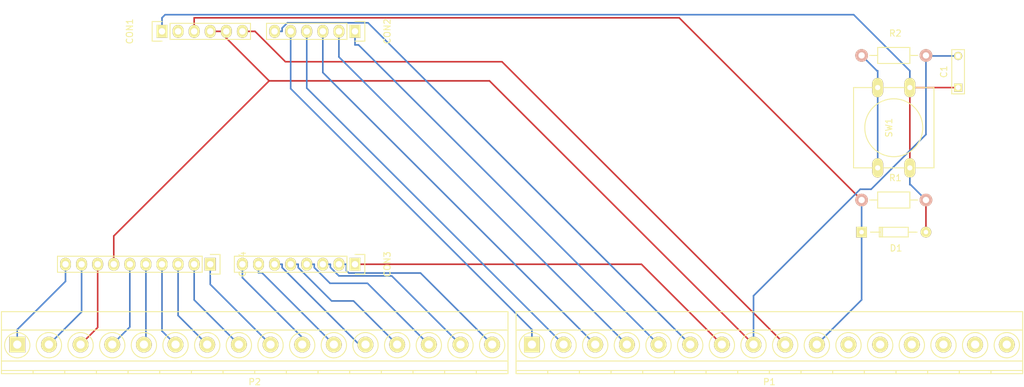
<source format=kicad_pcb>
(kicad_pcb (version 4) (host pcbnew 4.0.2+dfsg1-2~bpo8+1-stable)

  (general
    (links 39)
    (no_connects 0)
    (area 72.004999 48.231666 234.135001 109.745)
    (thickness 1.6)
    (drawings 0)
    (tracks 112)
    (zones 0)
    (modules 11)
    (nets 36)
  )

  (page A4)
  (layers
    (0 F.Cu signal)
    (31 B.Cu signal)
    (32 B.Adhes user)
    (33 F.Adhes user)
    (34 B.Paste user)
    (35 F.Paste user)
    (36 B.SilkS user)
    (37 F.SilkS user)
    (38 B.Mask user)
    (39 F.Mask user)
    (40 Dwgs.User user)
    (41 Cmts.User user)
    (42 Eco1.User user)
    (43 Eco2.User user)
    (44 Edge.Cuts user)
    (45 Margin user)
    (46 B.CrtYd user)
    (47 F.CrtYd user)
    (48 B.Fab user)
    (49 F.Fab user)
  )

  (setup
    (last_trace_width 0.25)
    (trace_clearance 0.2)
    (zone_clearance 0.508)
    (zone_45_only no)
    (trace_min 0.2)
    (segment_width 0.2)
    (edge_width 0.15)
    (via_size 0.6)
    (via_drill 0.4)
    (via_min_size 0.4)
    (via_min_drill 0.3)
    (uvia_size 0.3)
    (uvia_drill 0.1)
    (uvias_allowed no)
    (uvia_min_size 0.2)
    (uvia_min_drill 0.1)
    (pcb_text_width 0.3)
    (pcb_text_size 1.5 1.5)
    (mod_edge_width 0.15)
    (mod_text_size 1 1)
    (mod_text_width 0.15)
    (pad_size 1.524 1.524)
    (pad_drill 0.762)
    (pad_to_mask_clearance 0.2)
    (aux_axis_origin 0 0)
    (visible_elements FFFFFF7F)
    (pcbplotparams
      (layerselection 0x00030_80000001)
      (usegerberextensions false)
      (excludeedgelayer true)
      (linewidth 0.100000)
      (plotframeref false)
      (viasonmask false)
      (mode 1)
      (useauxorigin false)
      (hpglpennumber 1)
      (hpglpenspeed 20)
      (hpglpendiameter 15)
      (hpglpenoverlay 2)
      (psnegative false)
      (psa4output false)
      (plotreference true)
      (plotvalue true)
      (plotinvisibletext false)
      (padsonsilk false)
      (subtractmaskfromsilk false)
      (outputformat 1)
      (mirror false)
      (drillshape 1)
      (scaleselection 1)
      (outputdirectory ""))
  )

  (net 0 "")
  (net 1 "Net-(C1-Pad1)")
  (net 2 GND)
  (net 3 "Net-(CON1-Pad2)")
  (net 4 +5V)
  (net 5 +12V)
  (net 6 "Net-(CON2-Pad1)")
  (net 7 "Net-(CON2-Pad2)")
  (net 8 "Net-(CON2-Pad3)")
  (net 9 "Net-(CON2-Pad4)")
  (net 10 "Net-(CON2-Pad5)")
  (net 11 "Net-(CON2-Pad6)")
  (net 12 "Net-(CON3-Pad1)")
  (net 13 "Net-(CON3-Pad2)")
  (net 14 "Net-(CON3-Pad3)")
  (net 15 "Net-(CON3-Pad4)")
  (net 16 "Net-(CON3-Pad5)")
  (net 17 "Net-(CON3-Pad6)")
  (net 18 "Net-(CON3-Pad7)")
  (net 19 "Net-(CON3-Pad8)")
  (net 20 "Net-(CON4-Pad1)")
  (net 21 "Net-(CON4-Pad2)")
  (net 22 "Net-(CON4-Pad3)")
  (net 23 "Net-(CON4-Pad4)")
  (net 24 "Net-(CON4-Pad5)")
  (net 25 "Net-(CON4-Pad6)")
  (net 26 "Net-(CON4-Pad8)")
  (net 27 "Net-(CON4-Pad9)")
  (net 28 "Net-(CON4-Pad10)")
  (net 29 "Net-(R2-Pad1)")
  (net 30 "Net-(P1-Pad16)")
  (net 31 "Net-(P1-Pad15)")
  (net 32 "Net-(P1-Pad14)")
  (net 33 "Net-(P1-Pad13)")
  (net 34 "Net-(P1-Pad12)")
  (net 35 "Net-(P1-Pad11)")

  (net_class Default "This is the default net class."
    (clearance 0.2)
    (trace_width 0.25)
    (via_dia 0.6)
    (via_drill 0.4)
    (uvia_dia 0.3)
    (uvia_drill 0.1)
    (add_net +12V)
    (add_net +5V)
    (add_net GND)
    (add_net "Net-(C1-Pad1)")
    (add_net "Net-(CON1-Pad2)")
    (add_net "Net-(CON2-Pad1)")
    (add_net "Net-(CON2-Pad2)")
    (add_net "Net-(CON2-Pad3)")
    (add_net "Net-(CON2-Pad4)")
    (add_net "Net-(CON2-Pad5)")
    (add_net "Net-(CON2-Pad6)")
    (add_net "Net-(CON3-Pad1)")
    (add_net "Net-(CON3-Pad2)")
    (add_net "Net-(CON3-Pad3)")
    (add_net "Net-(CON3-Pad4)")
    (add_net "Net-(CON3-Pad5)")
    (add_net "Net-(CON3-Pad6)")
    (add_net "Net-(CON3-Pad7)")
    (add_net "Net-(CON3-Pad8)")
    (add_net "Net-(CON4-Pad1)")
    (add_net "Net-(CON4-Pad10)")
    (add_net "Net-(CON4-Pad2)")
    (add_net "Net-(CON4-Pad3)")
    (add_net "Net-(CON4-Pad4)")
    (add_net "Net-(CON4-Pad5)")
    (add_net "Net-(CON4-Pad6)")
    (add_net "Net-(CON4-Pad8)")
    (add_net "Net-(CON4-Pad9)")
    (add_net "Net-(P1-Pad11)")
    (add_net "Net-(P1-Pad12)")
    (add_net "Net-(P1-Pad13)")
    (add_net "Net-(P1-Pad14)")
    (add_net "Net-(P1-Pad15)")
    (add_net "Net-(P1-Pad16)")
    (add_net "Net-(R2-Pad1)")
  )

  (module Capacitors_ThroughHole:C_Rect_L7_W2_P5 (layer F.Cu) (tedit 0) (tstamp 57F98D86)
    (at 223.52 62.23 90)
    (descr "Film Capacitor Length 7 x Width 2mm, Pitch 5mm")
    (tags Capacitor)
    (path /57F98032)
    (fp_text reference C1 (at 2.5 -2.25 90) (layer F.SilkS)
      (effects (font (size 1 1) (thickness 0.15)))
    )
    (fp_text value C (at 2.5 2.5 90) (layer F.Fab)
      (effects (font (size 1 1) (thickness 0.15)))
    )
    (fp_line (start -1.25 -1.25) (end 6.25 -1.25) (layer F.CrtYd) (width 0.05))
    (fp_line (start 6.25 -1.25) (end 6.25 1.25) (layer F.CrtYd) (width 0.05))
    (fp_line (start 6.25 1.25) (end -1.25 1.25) (layer F.CrtYd) (width 0.05))
    (fp_line (start -1.25 1.25) (end -1.25 -1.25) (layer F.CrtYd) (width 0.05))
    (fp_line (start -1 -1) (end 6 -1) (layer F.SilkS) (width 0.15))
    (fp_line (start 6 -1) (end 6 1) (layer F.SilkS) (width 0.15))
    (fp_line (start 6 1) (end -1 1) (layer F.SilkS) (width 0.15))
    (fp_line (start -1 1) (end -1 -1) (layer F.SilkS) (width 0.15))
    (pad 1 thru_hole rect (at 0 0 90) (size 1.3 1.3) (drill 0.8) (layers *.Cu *.Mask F.SilkS)
      (net 1 "Net-(C1-Pad1)"))
    (pad 2 thru_hole circle (at 5 0 90) (size 1.3 1.3) (drill 0.8) (layers *.Cu *.Mask F.SilkS)
      (net 2 GND))
    (model Capacitors_ThroughHole.3dshapes/C_Rect_L7_W2_P5.wrl
      (at (xyz 0.098425 0 0))
      (scale (xyz 1 1 1))
      (rotate (xyz 0 0 0))
    )
  )

  (module Pin_Headers:Pin_Header_Straight_1x06 (layer F.Cu) (tedit 0) (tstamp 57F98D90)
    (at 97.79 53.34 90)
    (descr "Through hole pin header")
    (tags "pin header")
    (path /57F9721E)
    (fp_text reference CON1 (at 0 -5.1 90) (layer F.SilkS)
      (effects (font (size 1 1) (thickness 0.15)))
    )
    (fp_text value CONN_01X06 (at 0 -3.1 90) (layer F.Fab)
      (effects (font (size 1 1) (thickness 0.15)))
    )
    (fp_line (start -1.75 -1.75) (end -1.75 14.45) (layer F.CrtYd) (width 0.05))
    (fp_line (start 1.75 -1.75) (end 1.75 14.45) (layer F.CrtYd) (width 0.05))
    (fp_line (start -1.75 -1.75) (end 1.75 -1.75) (layer F.CrtYd) (width 0.05))
    (fp_line (start -1.75 14.45) (end 1.75 14.45) (layer F.CrtYd) (width 0.05))
    (fp_line (start 1.27 1.27) (end 1.27 13.97) (layer F.SilkS) (width 0.15))
    (fp_line (start 1.27 13.97) (end -1.27 13.97) (layer F.SilkS) (width 0.15))
    (fp_line (start -1.27 13.97) (end -1.27 1.27) (layer F.SilkS) (width 0.15))
    (fp_line (start 1.55 -1.55) (end 1.55 0) (layer F.SilkS) (width 0.15))
    (fp_line (start 1.27 1.27) (end -1.27 1.27) (layer F.SilkS) (width 0.15))
    (fp_line (start -1.55 0) (end -1.55 -1.55) (layer F.SilkS) (width 0.15))
    (fp_line (start -1.55 -1.55) (end 1.55 -1.55) (layer F.SilkS) (width 0.15))
    (pad 1 thru_hole rect (at 0 0 90) (size 2.032 1.7272) (drill 1.016) (layers *.Cu *.Mask F.SilkS)
      (net 1 "Net-(C1-Pad1)"))
    (pad 2 thru_hole oval (at 0 2.54 90) (size 2.032 1.7272) (drill 1.016) (layers *.Cu *.Mask F.SilkS)
      (net 3 "Net-(CON1-Pad2)"))
    (pad 3 thru_hole oval (at 0 5.08 90) (size 2.032 1.7272) (drill 1.016) (layers *.Cu *.Mask F.SilkS)
      (net 4 +5V))
    (pad 4 thru_hole oval (at 0 7.62 90) (size 2.032 1.7272) (drill 1.016) (layers *.Cu *.Mask F.SilkS)
      (net 2 GND))
    (pad 5 thru_hole oval (at 0 10.16 90) (size 2.032 1.7272) (drill 1.016) (layers *.Cu *.Mask F.SilkS)
      (net 2 GND))
    (pad 6 thru_hole oval (at 0 12.7 90) (size 2.032 1.7272) (drill 1.016) (layers *.Cu *.Mask F.SilkS)
      (net 5 +12V))
    (model Pin_Headers.3dshapes/Pin_Header_Straight_1x06.wrl
      (at (xyz 0 -0.25 0))
      (scale (xyz 1 1 1))
      (rotate (xyz 0 0 90))
    )
  )

  (module Pin_Headers:Pin_Header_Straight_1x06 (layer F.Cu) (tedit 0) (tstamp 57F98D9A)
    (at 128.27 53.34 270)
    (descr "Through hole pin header")
    (tags "pin header")
    (path /57F97299)
    (fp_text reference CON2 (at 0 -5.1 270) (layer F.SilkS)
      (effects (font (size 1 1) (thickness 0.15)))
    )
    (fp_text value CONN_01X06 (at 0 -3.1 270) (layer F.Fab)
      (effects (font (size 1 1) (thickness 0.15)))
    )
    (fp_line (start -1.75 -1.75) (end -1.75 14.45) (layer F.CrtYd) (width 0.05))
    (fp_line (start 1.75 -1.75) (end 1.75 14.45) (layer F.CrtYd) (width 0.05))
    (fp_line (start -1.75 -1.75) (end 1.75 -1.75) (layer F.CrtYd) (width 0.05))
    (fp_line (start -1.75 14.45) (end 1.75 14.45) (layer F.CrtYd) (width 0.05))
    (fp_line (start 1.27 1.27) (end 1.27 13.97) (layer F.SilkS) (width 0.15))
    (fp_line (start 1.27 13.97) (end -1.27 13.97) (layer F.SilkS) (width 0.15))
    (fp_line (start -1.27 13.97) (end -1.27 1.27) (layer F.SilkS) (width 0.15))
    (fp_line (start 1.55 -1.55) (end 1.55 0) (layer F.SilkS) (width 0.15))
    (fp_line (start 1.27 1.27) (end -1.27 1.27) (layer F.SilkS) (width 0.15))
    (fp_line (start -1.55 0) (end -1.55 -1.55) (layer F.SilkS) (width 0.15))
    (fp_line (start -1.55 -1.55) (end 1.55 -1.55) (layer F.SilkS) (width 0.15))
    (pad 1 thru_hole rect (at 0 0 270) (size 2.032 1.7272) (drill 1.016) (layers *.Cu *.Mask F.SilkS)
      (net 6 "Net-(CON2-Pad1)"))
    (pad 2 thru_hole oval (at 0 2.54 270) (size 2.032 1.7272) (drill 1.016) (layers *.Cu *.Mask F.SilkS)
      (net 7 "Net-(CON2-Pad2)"))
    (pad 3 thru_hole oval (at 0 5.08 270) (size 2.032 1.7272) (drill 1.016) (layers *.Cu *.Mask F.SilkS)
      (net 8 "Net-(CON2-Pad3)"))
    (pad 4 thru_hole oval (at 0 7.62 270) (size 2.032 1.7272) (drill 1.016) (layers *.Cu *.Mask F.SilkS)
      (net 9 "Net-(CON2-Pad4)"))
    (pad 5 thru_hole oval (at 0 10.16 270) (size 2.032 1.7272) (drill 1.016) (layers *.Cu *.Mask F.SilkS)
      (net 10 "Net-(CON2-Pad5)"))
    (pad 6 thru_hole oval (at 0 12.7 270) (size 2.032 1.7272) (drill 1.016) (layers *.Cu *.Mask F.SilkS)
      (net 11 "Net-(CON2-Pad6)"))
    (model Pin_Headers.3dshapes/Pin_Header_Straight_1x06.wrl
      (at (xyz 0 -0.25 0))
      (scale (xyz 1 1 1))
      (rotate (xyz 0 0 90))
    )
  )

  (module Pin_Headers:Pin_Header_Straight_1x08 (layer F.Cu) (tedit 0) (tstamp 57F98DA6)
    (at 128.27 90.17 270)
    (descr "Through hole pin header")
    (tags "pin header")
    (path /57F972E8)
    (fp_text reference CON3 (at 0 -5.1 270) (layer F.SilkS)
      (effects (font (size 1 1) (thickness 0.15)))
    )
    (fp_text value CONN_01X08 (at 0 -3.1 270) (layer F.Fab)
      (effects (font (size 1 1) (thickness 0.15)))
    )
    (fp_line (start -1.75 -1.75) (end -1.75 19.55) (layer F.CrtYd) (width 0.05))
    (fp_line (start 1.75 -1.75) (end 1.75 19.55) (layer F.CrtYd) (width 0.05))
    (fp_line (start -1.75 -1.75) (end 1.75 -1.75) (layer F.CrtYd) (width 0.05))
    (fp_line (start -1.75 19.55) (end 1.75 19.55) (layer F.CrtYd) (width 0.05))
    (fp_line (start 1.27 1.27) (end 1.27 19.05) (layer F.SilkS) (width 0.15))
    (fp_line (start 1.27 19.05) (end -1.27 19.05) (layer F.SilkS) (width 0.15))
    (fp_line (start -1.27 19.05) (end -1.27 1.27) (layer F.SilkS) (width 0.15))
    (fp_line (start 1.55 -1.55) (end 1.55 0) (layer F.SilkS) (width 0.15))
    (fp_line (start 1.27 1.27) (end -1.27 1.27) (layer F.SilkS) (width 0.15))
    (fp_line (start -1.55 0) (end -1.55 -1.55) (layer F.SilkS) (width 0.15))
    (fp_line (start -1.55 -1.55) (end 1.55 -1.55) (layer F.SilkS) (width 0.15))
    (pad 1 thru_hole rect (at 0 0 270) (size 2.032 1.7272) (drill 1.016) (layers *.Cu *.Mask F.SilkS)
      (net 12 "Net-(CON3-Pad1)"))
    (pad 2 thru_hole oval (at 0 2.54 270) (size 2.032 1.7272) (drill 1.016) (layers *.Cu *.Mask F.SilkS)
      (net 13 "Net-(CON3-Pad2)"))
    (pad 3 thru_hole oval (at 0 5.08 270) (size 2.032 1.7272) (drill 1.016) (layers *.Cu *.Mask F.SilkS)
      (net 14 "Net-(CON3-Pad3)"))
    (pad 4 thru_hole oval (at 0 7.62 270) (size 2.032 1.7272) (drill 1.016) (layers *.Cu *.Mask F.SilkS)
      (net 15 "Net-(CON3-Pad4)"))
    (pad 5 thru_hole oval (at 0 10.16 270) (size 2.032 1.7272) (drill 1.016) (layers *.Cu *.Mask F.SilkS)
      (net 16 "Net-(CON3-Pad5)"))
    (pad 6 thru_hole oval (at 0 12.7 270) (size 2.032 1.7272) (drill 1.016) (layers *.Cu *.Mask F.SilkS)
      (net 17 "Net-(CON3-Pad6)"))
    (pad 7 thru_hole oval (at 0 15.24 270) (size 2.032 1.7272) (drill 1.016) (layers *.Cu *.Mask F.SilkS)
      (net 18 "Net-(CON3-Pad7)"))
    (pad 8 thru_hole oval (at 0 17.78 270) (size 2.032 1.7272) (drill 1.016) (layers *.Cu *.Mask F.SilkS)
      (net 19 "Net-(CON3-Pad8)"))
    (model Pin_Headers.3dshapes/Pin_Header_Straight_1x08.wrl
      (at (xyz 0 -0.35 0))
      (scale (xyz 1 1 1))
      (rotate (xyz 0 0 90))
    )
  )

  (module Pin_Headers:Pin_Header_Straight_1x10 (layer F.Cu) (tedit 0) (tstamp 57F98DB4)
    (at 105.41 90.17 270)
    (descr "Through hole pin header")
    (tags "pin header")
    (path /57F9733F)
    (fp_text reference CON4 (at 0 -5.1 270) (layer F.SilkS)
      (effects (font (size 1 1) (thickness 0.15)))
    )
    (fp_text value CONN_01X10 (at 0 -3.1 270) (layer F.Fab)
      (effects (font (size 1 1) (thickness 0.15)))
    )
    (fp_line (start -1.75 -1.75) (end -1.75 24.65) (layer F.CrtYd) (width 0.05))
    (fp_line (start 1.75 -1.75) (end 1.75 24.65) (layer F.CrtYd) (width 0.05))
    (fp_line (start -1.75 -1.75) (end 1.75 -1.75) (layer F.CrtYd) (width 0.05))
    (fp_line (start -1.75 24.65) (end 1.75 24.65) (layer F.CrtYd) (width 0.05))
    (fp_line (start 1.27 1.27) (end 1.27 24.13) (layer F.SilkS) (width 0.15))
    (fp_line (start 1.27 24.13) (end -1.27 24.13) (layer F.SilkS) (width 0.15))
    (fp_line (start -1.27 24.13) (end -1.27 1.27) (layer F.SilkS) (width 0.15))
    (fp_line (start 1.55 -1.55) (end 1.55 0) (layer F.SilkS) (width 0.15))
    (fp_line (start 1.27 1.27) (end -1.27 1.27) (layer F.SilkS) (width 0.15))
    (fp_line (start -1.55 0) (end -1.55 -1.55) (layer F.SilkS) (width 0.15))
    (fp_line (start -1.55 -1.55) (end 1.55 -1.55) (layer F.SilkS) (width 0.15))
    (pad 1 thru_hole rect (at 0 0 270) (size 2.032 1.7272) (drill 1.016) (layers *.Cu *.Mask F.SilkS)
      (net 20 "Net-(CON4-Pad1)"))
    (pad 2 thru_hole oval (at 0 2.54 270) (size 2.032 1.7272) (drill 1.016) (layers *.Cu *.Mask F.SilkS)
      (net 21 "Net-(CON4-Pad2)"))
    (pad 3 thru_hole oval (at 0 5.08 270) (size 2.032 1.7272) (drill 1.016) (layers *.Cu *.Mask F.SilkS)
      (net 22 "Net-(CON4-Pad3)"))
    (pad 4 thru_hole oval (at 0 7.62 270) (size 2.032 1.7272) (drill 1.016) (layers *.Cu *.Mask F.SilkS)
      (net 23 "Net-(CON4-Pad4)"))
    (pad 5 thru_hole oval (at 0 10.16 270) (size 2.032 1.7272) (drill 1.016) (layers *.Cu *.Mask F.SilkS)
      (net 24 "Net-(CON4-Pad5)"))
    (pad 6 thru_hole oval (at 0 12.7 270) (size 2.032 1.7272) (drill 1.016) (layers *.Cu *.Mask F.SilkS)
      (net 25 "Net-(CON4-Pad6)"))
    (pad 7 thru_hole oval (at 0 15.24 270) (size 2.032 1.7272) (drill 1.016) (layers *.Cu *.Mask F.SilkS)
      (net 2 GND))
    (pad 8 thru_hole oval (at 0 17.78 270) (size 2.032 1.7272) (drill 1.016) (layers *.Cu *.Mask F.SilkS)
      (net 26 "Net-(CON4-Pad8)"))
    (pad 9 thru_hole oval (at 0 20.32 270) (size 2.032 1.7272) (drill 1.016) (layers *.Cu *.Mask F.SilkS)
      (net 27 "Net-(CON4-Pad9)"))
    (pad 10 thru_hole oval (at 0 22.86 270) (size 2.032 1.7272) (drill 1.016) (layers *.Cu *.Mask F.SilkS)
      (net 28 "Net-(CON4-Pad10)"))
    (model Pin_Headers.3dshapes/Pin_Header_Straight_1x10.wrl
      (at (xyz 0 -0.45 0))
      (scale (xyz 1 1 1))
      (rotate (xyz 0 0 90))
    )
  )

  (module Diodes_ThroughHole:Diode_DO-35_SOD27_Horizontal_RM10 (layer F.Cu) (tedit 552FFC30) (tstamp 57F98DBA)
    (at 208.28 85.09)
    (descr "Diode, DO-35,  SOD27, Horizontal, RM 10mm")
    (tags "Diode, DO-35, SOD27, Horizontal, RM 10mm, 1N4148,")
    (path /57F98055)
    (fp_text reference D1 (at 5.43052 2.53746) (layer F.SilkS)
      (effects (font (size 1 1) (thickness 0.15)))
    )
    (fp_text value D_Schottky (at 4.41452 -3.55854) (layer F.Fab)
      (effects (font (size 1 1) (thickness 0.15)))
    )
    (fp_line (start 7.36652 -0.00254) (end 8.76352 -0.00254) (layer F.SilkS) (width 0.15))
    (fp_line (start 2.92152 -0.00254) (end 1.39752 -0.00254) (layer F.SilkS) (width 0.15))
    (fp_line (start 3.30252 -0.76454) (end 3.30252 0.75946) (layer F.SilkS) (width 0.15))
    (fp_line (start 3.04852 -0.76454) (end 3.04852 0.75946) (layer F.SilkS) (width 0.15))
    (fp_line (start 2.79452 -0.00254) (end 2.79452 0.75946) (layer F.SilkS) (width 0.15))
    (fp_line (start 2.79452 0.75946) (end 7.36652 0.75946) (layer F.SilkS) (width 0.15))
    (fp_line (start 7.36652 0.75946) (end 7.36652 -0.76454) (layer F.SilkS) (width 0.15))
    (fp_line (start 7.36652 -0.76454) (end 2.79452 -0.76454) (layer F.SilkS) (width 0.15))
    (fp_line (start 2.79452 -0.76454) (end 2.79452 -0.00254) (layer F.SilkS) (width 0.15))
    (pad 2 thru_hole circle (at 10.16052 -0.00254 180) (size 1.69926 1.69926) (drill 0.70104) (layers *.Cu *.Mask F.SilkS)
      (net 1 "Net-(C1-Pad1)"))
    (pad 1 thru_hole rect (at 0.00052 -0.00254 180) (size 1.69926 1.69926) (drill 0.70104) (layers *.Cu *.Mask F.SilkS)
      (net 4 +5V))
    (model Diodes_ThroughHole.3dshapes/Diode_DO-35_SOD27_Horizontal_RM10.wrl
      (at (xyz 0.2 0 0))
      (scale (xyz 0.4 0.4 0.4))
      (rotate (xyz 0 0 180))
    )
  )

  (module Terminal_Blocks:TerminalBlock_Pheonix_MKDS1.5-16pol (layer F.Cu) (tedit 5630077B) (tstamp 57F98DCE)
    (at 156.21 102.87)
    (descr "16-way 5mm pitch terminal block, Phoenix MKDS series")
    (path /57F9A6B1)
    (fp_text reference P1 (at 37.5 5.9) (layer F.SilkS)
      (effects (font (size 1 1) (thickness 0.15)))
    )
    (fp_text value CONN_01X16 (at 37.5 -6.6) (layer F.Fab)
      (effects (font (size 1 1) (thickness 0.15)))
    )
    (fp_line (start 77.7 -5.4) (end -2.7 -5.4) (layer F.CrtYd) (width 0.05))
    (fp_line (start 77.7 4.8) (end 77.7 -5.4) (layer F.CrtYd) (width 0.05))
    (fp_line (start -2.7 4.8) (end 77.7 4.8) (layer F.CrtYd) (width 0.05))
    (fp_line (start -2.7 -5.4) (end -2.7 4.8) (layer F.CrtYd) (width 0.05))
    (fp_circle (center 75 0.1) (end 73 0.1) (layer F.SilkS) (width 0.15))
    (fp_line (start 72.5 4.1) (end 72.5 4.6) (layer F.SilkS) (width 0.15))
    (fp_line (start 67.5 4.1) (end 67.5 4.6) (layer F.SilkS) (width 0.15))
    (fp_circle (center 70 0.1) (end 68 0.1) (layer F.SilkS) (width 0.15))
    (fp_circle (center 65 0.1) (end 63 0.1) (layer F.SilkS) (width 0.15))
    (fp_line (start 62.5 4.1) (end 62.5 4.6) (layer F.SilkS) (width 0.15))
    (fp_line (start 57.5 4.1) (end 57.5 4.6) (layer F.SilkS) (width 0.15))
    (fp_circle (center 60 0.1) (end 58 0.1) (layer F.SilkS) (width 0.15))
    (fp_circle (center 55 0.1) (end 53 0.1) (layer F.SilkS) (width 0.15))
    (fp_line (start 52.5 4.1) (end 52.5 4.6) (layer F.SilkS) (width 0.15))
    (fp_line (start 47.5 4.1) (end 47.5 4.6) (layer F.SilkS) (width 0.15))
    (fp_circle (center 50 0.1) (end 48 0.1) (layer F.SilkS) (width 0.15))
    (fp_circle (center 45 0.1) (end 43 0.1) (layer F.SilkS) (width 0.15))
    (fp_line (start 42.5 4.1) (end 42.5 4.6) (layer F.SilkS) (width 0.15))
    (fp_line (start 37.5 4.1) (end 37.5 4.6) (layer F.SilkS) (width 0.15))
    (fp_circle (center 40 0.1) (end 38 0.1) (layer F.SilkS) (width 0.15))
    (fp_circle (center 35 0.1) (end 33 0.1) (layer F.SilkS) (width 0.15))
    (fp_line (start 32.5 4.1) (end 32.5 4.6) (layer F.SilkS) (width 0.15))
    (fp_line (start 27.5 4.1) (end 27.5 4.6) (layer F.SilkS) (width 0.15))
    (fp_circle (center 30 0.1) (end 28 0.1) (layer F.SilkS) (width 0.15))
    (fp_circle (center 25 0.1) (end 23 0.1) (layer F.SilkS) (width 0.15))
    (fp_line (start 22.5 4.1) (end 22.5 4.6) (layer F.SilkS) (width 0.15))
    (fp_line (start 17.5 4.1) (end 17.5 4.6) (layer F.SilkS) (width 0.15))
    (fp_circle (center 20 0.1) (end 18 0.1) (layer F.SilkS) (width 0.15))
    (fp_line (start 12.5 4.1) (end 12.5 4.6) (layer F.SilkS) (width 0.15))
    (fp_circle (center 15 0.1) (end 13 0.1) (layer F.SilkS) (width 0.15))
    (fp_circle (center 10 0.1) (end 8 0.1) (layer F.SilkS) (width 0.15))
    (fp_line (start 7.5 4.1) (end 7.5 4.6) (layer F.SilkS) (width 0.15))
    (fp_line (start 2.5 4.1) (end 2.5 4.6) (layer F.SilkS) (width 0.15))
    (fp_circle (center 5 0.1) (end 3 0.1) (layer F.SilkS) (width 0.15))
    (fp_circle (center 0 0.1) (end 2 0.1) (layer F.SilkS) (width 0.15))
    (fp_line (start -2.5 2.6) (end 77.5 2.6) (layer F.SilkS) (width 0.15))
    (fp_line (start -2.5 -2.3) (end 77.5 -2.3) (layer F.SilkS) (width 0.15))
    (fp_line (start -2.5 4.1) (end 77.5 4.1) (layer F.SilkS) (width 0.15))
    (fp_line (start -2.5 4.6) (end 77.5 4.6) (layer F.SilkS) (width 0.15))
    (fp_line (start 77.5 4.6) (end 77.5 -5.2) (layer F.SilkS) (width 0.15))
    (fp_line (start 77.5 -5.2) (end -2.5 -5.2) (layer F.SilkS) (width 0.15))
    (fp_line (start -2.5 -5.2) (end -2.5 4.6) (layer F.SilkS) (width 0.15))
    (pad 16 thru_hole circle (at 75 0) (size 2.5 2.5) (drill 1.3) (layers *.Cu *.Mask F.SilkS)
      (net 30 "Net-(P1-Pad16)"))
    (pad 15 thru_hole circle (at 70 0) (size 2.5 2.5) (drill 1.3) (layers *.Cu *.Mask F.SilkS)
      (net 31 "Net-(P1-Pad15)"))
    (pad 14 thru_hole circle (at 65 0) (size 2.5 2.5) (drill 1.3) (layers *.Cu *.Mask F.SilkS)
      (net 32 "Net-(P1-Pad14)"))
    (pad 13 thru_hole circle (at 60 0) (size 2.5 2.5) (drill 1.3) (layers *.Cu *.Mask F.SilkS)
      (net 33 "Net-(P1-Pad13)"))
    (pad 12 thru_hole circle (at 55 0) (size 2.5 2.5) (drill 1.3) (layers *.Cu *.Mask F.SilkS)
      (net 34 "Net-(P1-Pad12)"))
    (pad 11 thru_hole circle (at 50 0) (size 2.5 2.5) (drill 1.3) (layers *.Cu *.Mask F.SilkS)
      (net 35 "Net-(P1-Pad11)"))
    (pad 10 thru_hole circle (at 45 0) (size 2.5 2.5) (drill 1.3) (layers *.Cu *.Mask F.SilkS)
      (net 4 +5V))
    (pad 9 thru_hole circle (at 40 0) (size 2.5 2.5) (drill 1.3) (layers *.Cu *.Mask F.SilkS)
      (net 5 +12V))
    (pad 8 thru_hole circle (at 35 0) (size 2.5 2.5) (drill 1.3) (layers *.Cu *.Mask F.SilkS)
      (net 2 GND))
    (pad 7 thru_hole circle (at 30 0) (size 2.5 2.5) (drill 1.3) (layers *.Cu *.Mask F.SilkS)
      (net 12 "Net-(CON3-Pad1)"))
    (pad 6 thru_hole circle (at 25 0) (size 2.5 2.5) (drill 1.3) (layers *.Cu *.Mask F.SilkS)
      (net 11 "Net-(CON2-Pad6)"))
    (pad 5 thru_hole circle (at 20 0) (size 2.5 2.5) (drill 1.3) (layers *.Cu *.Mask F.SilkS)
      (net 6 "Net-(CON2-Pad1)"))
    (pad 4 thru_hole circle (at 15 0) (size 2.5 2.5) (drill 1.3) (layers *.Cu *.Mask F.SilkS)
      (net 7 "Net-(CON2-Pad2)"))
    (pad 3 thru_hole circle (at 10 0) (size 2.5 2.5) (drill 1.3) (layers *.Cu *.Mask F.SilkS)
      (net 8 "Net-(CON2-Pad3)"))
    (pad 1 thru_hole rect (at 0 0) (size 2.5 2.5) (drill 1.3) (layers *.Cu *.Mask F.SilkS)
      (net 10 "Net-(CON2-Pad5)"))
    (pad 2 thru_hole circle (at 5 0) (size 2.5 2.5) (drill 1.3) (layers *.Cu *.Mask F.SilkS)
      (net 9 "Net-(CON2-Pad4)"))
    (model Terminal_Blocks.3dshapes/TerminalBlock_Pheonix_MKDS1.5-16pol.wrl
      (at (xyz 1.4763 0 0))
      (scale (xyz 1 1 1))
      (rotate (xyz 0 0 0))
    )
  )

  (module Terminal_Blocks:TerminalBlock_Pheonix_MKDS1.5-16pol (layer F.Cu) (tedit 5630077B) (tstamp 57F98DE2)
    (at 74.93 102.87)
    (descr "16-way 5mm pitch terminal block, Phoenix MKDS series")
    (path /57F9A72A)
    (fp_text reference P2 (at 37.5 5.9) (layer F.SilkS)
      (effects (font (size 1 1) (thickness 0.15)))
    )
    (fp_text value CONN_01X16 (at 37.5 -6.6) (layer F.Fab)
      (effects (font (size 1 1) (thickness 0.15)))
    )
    (fp_line (start 77.7 -5.4) (end -2.7 -5.4) (layer F.CrtYd) (width 0.05))
    (fp_line (start 77.7 4.8) (end 77.7 -5.4) (layer F.CrtYd) (width 0.05))
    (fp_line (start -2.7 4.8) (end 77.7 4.8) (layer F.CrtYd) (width 0.05))
    (fp_line (start -2.7 -5.4) (end -2.7 4.8) (layer F.CrtYd) (width 0.05))
    (fp_circle (center 75 0.1) (end 73 0.1) (layer F.SilkS) (width 0.15))
    (fp_line (start 72.5 4.1) (end 72.5 4.6) (layer F.SilkS) (width 0.15))
    (fp_line (start 67.5 4.1) (end 67.5 4.6) (layer F.SilkS) (width 0.15))
    (fp_circle (center 70 0.1) (end 68 0.1) (layer F.SilkS) (width 0.15))
    (fp_circle (center 65 0.1) (end 63 0.1) (layer F.SilkS) (width 0.15))
    (fp_line (start 62.5 4.1) (end 62.5 4.6) (layer F.SilkS) (width 0.15))
    (fp_line (start 57.5 4.1) (end 57.5 4.6) (layer F.SilkS) (width 0.15))
    (fp_circle (center 60 0.1) (end 58 0.1) (layer F.SilkS) (width 0.15))
    (fp_circle (center 55 0.1) (end 53 0.1) (layer F.SilkS) (width 0.15))
    (fp_line (start 52.5 4.1) (end 52.5 4.6) (layer F.SilkS) (width 0.15))
    (fp_line (start 47.5 4.1) (end 47.5 4.6) (layer F.SilkS) (width 0.15))
    (fp_circle (center 50 0.1) (end 48 0.1) (layer F.SilkS) (width 0.15))
    (fp_circle (center 45 0.1) (end 43 0.1) (layer F.SilkS) (width 0.15))
    (fp_line (start 42.5 4.1) (end 42.5 4.6) (layer F.SilkS) (width 0.15))
    (fp_line (start 37.5 4.1) (end 37.5 4.6) (layer F.SilkS) (width 0.15))
    (fp_circle (center 40 0.1) (end 38 0.1) (layer F.SilkS) (width 0.15))
    (fp_circle (center 35 0.1) (end 33 0.1) (layer F.SilkS) (width 0.15))
    (fp_line (start 32.5 4.1) (end 32.5 4.6) (layer F.SilkS) (width 0.15))
    (fp_line (start 27.5 4.1) (end 27.5 4.6) (layer F.SilkS) (width 0.15))
    (fp_circle (center 30 0.1) (end 28 0.1) (layer F.SilkS) (width 0.15))
    (fp_circle (center 25 0.1) (end 23 0.1) (layer F.SilkS) (width 0.15))
    (fp_line (start 22.5 4.1) (end 22.5 4.6) (layer F.SilkS) (width 0.15))
    (fp_line (start 17.5 4.1) (end 17.5 4.6) (layer F.SilkS) (width 0.15))
    (fp_circle (center 20 0.1) (end 18 0.1) (layer F.SilkS) (width 0.15))
    (fp_line (start 12.5 4.1) (end 12.5 4.6) (layer F.SilkS) (width 0.15))
    (fp_circle (center 15 0.1) (end 13 0.1) (layer F.SilkS) (width 0.15))
    (fp_circle (center 10 0.1) (end 8 0.1) (layer F.SilkS) (width 0.15))
    (fp_line (start 7.5 4.1) (end 7.5 4.6) (layer F.SilkS) (width 0.15))
    (fp_line (start 2.5 4.1) (end 2.5 4.6) (layer F.SilkS) (width 0.15))
    (fp_circle (center 5 0.1) (end 3 0.1) (layer F.SilkS) (width 0.15))
    (fp_circle (center 0 0.1) (end 2 0.1) (layer F.SilkS) (width 0.15))
    (fp_line (start -2.5 2.6) (end 77.5 2.6) (layer F.SilkS) (width 0.15))
    (fp_line (start -2.5 -2.3) (end 77.5 -2.3) (layer F.SilkS) (width 0.15))
    (fp_line (start -2.5 4.1) (end 77.5 4.1) (layer F.SilkS) (width 0.15))
    (fp_line (start -2.5 4.6) (end 77.5 4.6) (layer F.SilkS) (width 0.15))
    (fp_line (start 77.5 4.6) (end 77.5 -5.2) (layer F.SilkS) (width 0.15))
    (fp_line (start 77.5 -5.2) (end -2.5 -5.2) (layer F.SilkS) (width 0.15))
    (fp_line (start -2.5 -5.2) (end -2.5 4.6) (layer F.SilkS) (width 0.15))
    (pad 16 thru_hole circle (at 75 0) (size 2.5 2.5) (drill 1.3) (layers *.Cu *.Mask F.SilkS)
      (net 13 "Net-(CON3-Pad2)"))
    (pad 15 thru_hole circle (at 70 0) (size 2.5 2.5) (drill 1.3) (layers *.Cu *.Mask F.SilkS)
      (net 14 "Net-(CON3-Pad3)"))
    (pad 14 thru_hole circle (at 65 0) (size 2.5 2.5) (drill 1.3) (layers *.Cu *.Mask F.SilkS)
      (net 15 "Net-(CON3-Pad4)"))
    (pad 13 thru_hole circle (at 60 0) (size 2.5 2.5) (drill 1.3) (layers *.Cu *.Mask F.SilkS)
      (net 16 "Net-(CON3-Pad5)"))
    (pad 12 thru_hole circle (at 55 0) (size 2.5 2.5) (drill 1.3) (layers *.Cu *.Mask F.SilkS)
      (net 17 "Net-(CON3-Pad6)"))
    (pad 11 thru_hole circle (at 50 0) (size 2.5 2.5) (drill 1.3) (layers *.Cu *.Mask F.SilkS)
      (net 18 "Net-(CON3-Pad7)"))
    (pad 10 thru_hole circle (at 45 0) (size 2.5 2.5) (drill 1.3) (layers *.Cu *.Mask F.SilkS)
      (net 19 "Net-(CON3-Pad8)"))
    (pad 9 thru_hole circle (at 40 0) (size 2.5 2.5) (drill 1.3) (layers *.Cu *.Mask F.SilkS)
      (net 20 "Net-(CON4-Pad1)"))
    (pad 8 thru_hole circle (at 35 0) (size 2.5 2.5) (drill 1.3) (layers *.Cu *.Mask F.SilkS)
      (net 21 "Net-(CON4-Pad2)"))
    (pad 7 thru_hole circle (at 30 0) (size 2.5 2.5) (drill 1.3) (layers *.Cu *.Mask F.SilkS)
      (net 22 "Net-(CON4-Pad3)"))
    (pad 6 thru_hole circle (at 25 0) (size 2.5 2.5) (drill 1.3) (layers *.Cu *.Mask F.SilkS)
      (net 23 "Net-(CON4-Pad4)"))
    (pad 5 thru_hole circle (at 20 0) (size 2.5 2.5) (drill 1.3) (layers *.Cu *.Mask F.SilkS)
      (net 24 "Net-(CON4-Pad5)"))
    (pad 4 thru_hole circle (at 15 0) (size 2.5 2.5) (drill 1.3) (layers *.Cu *.Mask F.SilkS)
      (net 25 "Net-(CON4-Pad6)"))
    (pad 3 thru_hole circle (at 10 0) (size 2.5 2.5) (drill 1.3) (layers *.Cu *.Mask F.SilkS)
      (net 26 "Net-(CON4-Pad8)"))
    (pad 1 thru_hole rect (at 0 0) (size 2.5 2.5) (drill 1.3) (layers *.Cu *.Mask F.SilkS)
      (net 28 "Net-(CON4-Pad10)"))
    (pad 2 thru_hole circle (at 5 0) (size 2.5 2.5) (drill 1.3) (layers *.Cu *.Mask F.SilkS)
      (net 27 "Net-(CON4-Pad9)"))
    (model Terminal_Blocks.3dshapes/TerminalBlock_Pheonix_MKDS1.5-16pol.wrl
      (at (xyz 1.4763 0 0))
      (scale (xyz 1 1 1))
      (rotate (xyz 0 0 0))
    )
  )

  (module Resistors_ThroughHole:Resistor_Horizontal_RM10mm (layer F.Cu) (tedit 56648415) (tstamp 57F98DE8)
    (at 208.28 80.01)
    (descr "Resistor, Axial,  RM 10mm, 1/3W")
    (tags "Resistor Axial RM 10mm 1/3W")
    (path /57F980A8)
    (fp_text reference R1 (at 5.32892 -3.50012) (layer F.SilkS)
      (effects (font (size 1 1) (thickness 0.15)))
    )
    (fp_text value R (at 5.08 3.81) (layer F.Fab)
      (effects (font (size 1 1) (thickness 0.15)))
    )
    (fp_line (start -1.25 -1.5) (end 11.4 -1.5) (layer F.CrtYd) (width 0.05))
    (fp_line (start -1.25 1.5) (end -1.25 -1.5) (layer F.CrtYd) (width 0.05))
    (fp_line (start 11.4 -1.5) (end 11.4 1.5) (layer F.CrtYd) (width 0.05))
    (fp_line (start -1.25 1.5) (end 11.4 1.5) (layer F.CrtYd) (width 0.05))
    (fp_line (start 2.54 -1.27) (end 7.62 -1.27) (layer F.SilkS) (width 0.15))
    (fp_line (start 7.62 -1.27) (end 7.62 1.27) (layer F.SilkS) (width 0.15))
    (fp_line (start 7.62 1.27) (end 2.54 1.27) (layer F.SilkS) (width 0.15))
    (fp_line (start 2.54 1.27) (end 2.54 -1.27) (layer F.SilkS) (width 0.15))
    (fp_line (start 2.54 0) (end 1.27 0) (layer F.SilkS) (width 0.15))
    (fp_line (start 7.62 0) (end 8.89 0) (layer F.SilkS) (width 0.15))
    (pad 1 thru_hole circle (at 0 0) (size 1.99898 1.99898) (drill 1.00076) (layers *.Cu *.SilkS *.Mask)
      (net 4 +5V))
    (pad 2 thru_hole circle (at 10.16 0) (size 1.99898 1.99898) (drill 1.00076) (layers *.Cu *.SilkS *.Mask)
      (net 1 "Net-(C1-Pad1)"))
    (model Resistors_ThroughHole.3dshapes/Resistor_Horizontal_RM10mm.wrl
      (at (xyz 0 0 0))
      (scale (xyz 0.4 0.4 0.4))
      (rotate (xyz 0 0 0))
    )
  )

  (module Resistors_ThroughHole:Resistor_Horizontal_RM10mm (layer F.Cu) (tedit 56648415) (tstamp 57F98DEE)
    (at 208.28 57.15)
    (descr "Resistor, Axial,  RM 10mm, 1/3W")
    (tags "Resistor Axial RM 10mm 1/3W")
    (path /57F98081)
    (fp_text reference R2 (at 5.32892 -3.50012) (layer F.SilkS)
      (effects (font (size 1 1) (thickness 0.15)))
    )
    (fp_text value R (at 5.08 3.81) (layer F.Fab)
      (effects (font (size 1 1) (thickness 0.15)))
    )
    (fp_line (start -1.25 -1.5) (end 11.4 -1.5) (layer F.CrtYd) (width 0.05))
    (fp_line (start -1.25 1.5) (end -1.25 -1.5) (layer F.CrtYd) (width 0.05))
    (fp_line (start 11.4 -1.5) (end 11.4 1.5) (layer F.CrtYd) (width 0.05))
    (fp_line (start -1.25 1.5) (end 11.4 1.5) (layer F.CrtYd) (width 0.05))
    (fp_line (start 2.54 -1.27) (end 7.62 -1.27) (layer F.SilkS) (width 0.15))
    (fp_line (start 7.62 -1.27) (end 7.62 1.27) (layer F.SilkS) (width 0.15))
    (fp_line (start 7.62 1.27) (end 2.54 1.27) (layer F.SilkS) (width 0.15))
    (fp_line (start 2.54 1.27) (end 2.54 -1.27) (layer F.SilkS) (width 0.15))
    (fp_line (start 2.54 0) (end 1.27 0) (layer F.SilkS) (width 0.15))
    (fp_line (start 7.62 0) (end 8.89 0) (layer F.SilkS) (width 0.15))
    (pad 1 thru_hole circle (at 0 0) (size 1.99898 1.99898) (drill 1.00076) (layers *.Cu *.SilkS *.Mask)
      (net 29 "Net-(R2-Pad1)"))
    (pad 2 thru_hole circle (at 10.16 0) (size 1.99898 1.99898) (drill 1.00076) (layers *.Cu *.SilkS *.Mask)
      (net 2 GND))
    (model Resistors_ThroughHole.3dshapes/Resistor_Horizontal_RM10mm.wrl
      (at (xyz 0 0 0))
      (scale (xyz 0.4 0.4 0.4))
      (rotate (xyz 0 0 0))
    )
  )

  (module Buttons_Switches_ThroughHole:SW_PUSH-12mm (layer F.Cu) (tedit 53FD9538) (tstamp 57F98DF6)
    (at 213.36 68.58 90)
    (path /57F980CF)
    (fp_text reference SW1 (at 0 -0.762 90) (layer F.SilkS)
      (effects (font (size 1 1) (thickness 0.15)))
    )
    (fp_text value SW_PUSH (at 0 1.016 90) (layer F.Fab)
      (effects (font (size 1 1) (thickness 0.15)))
    )
    (fp_circle (center 0 0) (end 3.81 2.54) (layer F.SilkS) (width 0.15))
    (fp_line (start -6.35 -6.35) (end 6.35 -6.35) (layer F.SilkS) (width 0.15))
    (fp_line (start 6.35 -6.35) (end 6.35 6.35) (layer F.SilkS) (width 0.15))
    (fp_line (start 6.35 6.35) (end -6.35 6.35) (layer F.SilkS) (width 0.15))
    (fp_line (start -6.35 6.35) (end -6.35 -6.35) (layer F.SilkS) (width 0.15))
    (pad 1 thru_hole oval (at 6.35 -2.54 90) (size 3.048 1.7272) (drill 0.8128) (layers *.Cu *.Mask F.SilkS)
      (net 29 "Net-(R2-Pad1)"))
    (pad 2 thru_hole oval (at 6.35 2.54 90) (size 3.048 1.7272) (drill 0.8128) (layers *.Cu *.Mask F.SilkS)
      (net 1 "Net-(C1-Pad1)"))
    (pad 1 thru_hole oval (at -6.35 -2.54 90) (size 3.048 1.7272) (drill 0.8128) (layers *.Cu *.Mask F.SilkS)
      (net 29 "Net-(R2-Pad1)"))
    (pad 2 thru_hole oval (at -6.35 2.54 90) (size 3.048 1.7272) (drill 0.8128) (layers *.Cu *.Mask F.SilkS)
      (net 1 "Net-(C1-Pad1)"))
    (model Buttons_Switches_ThroughHole.3dshapes/SW_PUSH-12mm.wrl
      (at (xyz 0 0 0))
      (scale (xyz 4 4 4))
      (rotate (xyz 0 0 0))
    )
  )

  (segment (start 223.52 62.23) (end 222.5447 62.23) (width 0.25) (layer F.Cu) (net 1))
  (segment (start 215.9 62.23) (end 222.5447 62.23) (width 0.25) (layer F.Cu) (net 1))
  (segment (start 216.0093 77.5793) (end 218.44 80.01) (width 0.25) (layer B.Cu) (net 1))
  (segment (start 215.9 77.5793) (end 216.0093 77.5793) (width 0.25) (layer B.Cu) (net 1))
  (segment (start 215.9 74.93) (end 215.9 77.5793) (width 0.25) (layer B.Cu) (net 1))
  (segment (start 215.9 74.93) (end 215.9 62.23) (width 0.25) (layer F.Cu) (net 1))
  (segment (start 98.2862 50.7025) (end 97.79 51.1987) (width 0.25) (layer B.Cu) (net 1))
  (segment (start 207.0218 50.7025) (end 98.2862 50.7025) (width 0.25) (layer B.Cu) (net 1))
  (segment (start 215.9 59.5807) (end 207.0218 50.7025) (width 0.25) (layer B.Cu) (net 1))
  (segment (start 215.9 62.23) (end 215.9 59.5807) (width 0.25) (layer B.Cu) (net 1))
  (segment (start 97.79 53.34) (end 97.79 51.1987) (width 0.25) (layer B.Cu) (net 1))
  (segment (start 218.4405 80.0105) (end 218.4405 85.0875) (width 0.25) (layer F.Cu) (net 1))
  (segment (start 218.44 80.01) (end 218.4405 80.0105) (width 0.25) (layer F.Cu) (net 1))
  (segment (start 218.44 57.23) (end 223.52 57.23) (width 0.25) (layer B.Cu) (net 2))
  (segment (start 218.44 69.6549) (end 218.44 57.23) (width 0.25) (layer B.Cu) (net 2))
  (segment (start 209.7888 78.3061) (end 218.44 69.6549) (width 0.25) (layer B.Cu) (net 2))
  (segment (start 208.0619 78.3061) (end 209.7888 78.3061) (width 0.25) (layer B.Cu) (net 2))
  (segment (start 191.21 95.158) (end 208.0619 78.3061) (width 0.25) (layer B.Cu) (net 2))
  (segment (start 191.21 102.87) (end 191.21 95.158) (width 0.25) (layer B.Cu) (net 2))
  (segment (start 218.44 57.23) (end 218.44 57.15) (width 0.25) (layer B.Cu) (net 2))
  (segment (start 107.95 53.34) (end 107.95 54.4106) (width 0.25) (layer F.Cu) (net 2))
  (segment (start 107.3989 53.8595) (end 107.3989 53.34) (width 0.25) (layer F.Cu) (net 2))
  (segment (start 107.95 54.4106) (end 107.3989 53.8595) (width 0.25) (layer F.Cu) (net 2))
  (segment (start 105.41 53.34) (end 107.3989 53.34) (width 0.25) (layer F.Cu) (net 2))
  (segment (start 90.17 85.7054) (end 114.7074 61.168) (width 0.25) (layer F.Cu) (net 2))
  (segment (start 90.17 90.17) (end 90.17 85.7054) (width 0.25) (layer F.Cu) (net 2))
  (segment (start 149.508 61.168) (end 114.7074 61.168) (width 0.25) (layer F.Cu) (net 2))
  (segment (start 191.21 102.87) (end 149.508 61.168) (width 0.25) (layer F.Cu) (net 2))
  (segment (start 114.7074 61.168) (end 107.95 54.4106) (width 0.25) (layer F.Cu) (net 2))
  (segment (start 208.2805 80.0105) (end 208.2805 85.0875) (width 0.25) (layer B.Cu) (net 4))
  (segment (start 208.28 80.01) (end 208.2805 80.0105) (width 0.25) (layer B.Cu) (net 4))
  (segment (start 208.2805 95.7995) (end 201.21 102.87) (width 0.25) (layer B.Cu) (net 4))
  (segment (start 208.2805 85.0875) (end 208.2805 95.7995) (width 0.25) (layer B.Cu) (net 4))
  (segment (start 179.4687 51.1987) (end 102.87 51.1987) (width 0.25) (layer F.Cu) (net 4))
  (segment (start 208.28 80.01) (end 179.4687 51.1987) (width 0.25) (layer F.Cu) (net 4))
  (segment (start 102.87 53.34) (end 102.87 51.1987) (width 0.25) (layer F.Cu) (net 4))
  (segment (start 117.2805 58.1416) (end 112.4789 53.34) (width 0.25) (layer F.Cu) (net 5))
  (segment (start 151.4816 58.1416) (end 117.2805 58.1416) (width 0.25) (layer F.Cu) (net 5))
  (segment (start 196.21 102.87) (end 151.4816 58.1416) (width 0.25) (layer F.Cu) (net 5))
  (segment (start 110.49 53.34) (end 112.4789 53.34) (width 0.25) (layer F.Cu) (net 5))
  (segment (start 128.8213 55.4813) (end 128.27 55.4813) (width 0.25) (layer B.Cu) (net 6))
  (segment (start 176.21 102.87) (end 128.8213 55.4813) (width 0.25) (layer B.Cu) (net 6))
  (segment (start 128.27 53.34) (end 128.27 55.4813) (width 0.25) (layer B.Cu) (net 6))
  (segment (start 125.73 57.39) (end 125.73 53.34) (width 0.25) (layer B.Cu) (net 7))
  (segment (start 171.21 102.87) (end 125.73 57.39) (width 0.25) (layer B.Cu) (net 7))
  (segment (start 123.19 59.85) (end 123.19 53.34) (width 0.25) (layer B.Cu) (net 8))
  (segment (start 166.21 102.87) (end 123.19 59.85) (width 0.25) (layer B.Cu) (net 8))
  (segment (start 120.65 62.31) (end 120.65 53.34) (width 0.25) (layer B.Cu) (net 9))
  (segment (start 161.21 102.87) (end 120.65 62.31) (width 0.25) (layer B.Cu) (net 9))
  (segment (start 118.11 62.3947) (end 118.11 53.34) (width 0.25) (layer B.Cu) (net 10))
  (segment (start 156.21 100.4947) (end 118.11 62.3947) (width 0.25) (layer B.Cu) (net 10))
  (segment (start 156.21 102.87) (end 156.21 100.4947) (width 0.25) (layer B.Cu) (net 10))
  (segment (start 115.57 53.34) (end 116.7589 53.34) (width 0.25) (layer B.Cu) (net 11))
  (segment (start 130.3241 51.9841) (end 181.21 102.87) (width 0.25) (layer B.Cu) (net 11))
  (segment (start 117.5947 51.9841) (end 130.3241 51.9841) (width 0.25) (layer B.Cu) (net 11))
  (segment (start 116.7589 52.8199) (end 117.5947 51.9841) (width 0.25) (layer B.Cu) (net 11))
  (segment (start 116.7589 53.34) (end 116.7589 52.8199) (width 0.25) (layer B.Cu) (net 11))
  (segment (start 173.51 90.17) (end 128.27 90.17) (width 0.25) (layer F.Cu) (net 12))
  (segment (start 186.21 102.87) (end 173.51 90.17) (width 0.25) (layer F.Cu) (net 12))
  (segment (start 126.9189 91.1727) (end 126.9189 90.17) (width 0.25) (layer B.Cu) (net 13))
  (segment (start 127.3062 91.56) (end 126.9189 91.1727) (width 0.25) (layer B.Cu) (net 13))
  (segment (start 138.62 91.56) (end 127.3062 91.56) (width 0.25) (layer B.Cu) (net 13))
  (segment (start 149.93 102.87) (end 138.62 91.56) (width 0.25) (layer B.Cu) (net 13))
  (segment (start 125.73 90.17) (end 126.9189 90.17) (width 0.25) (layer B.Cu) (net 13))
  (segment (start 123.19 90.17) (end 124.3789 90.17) (width 0.25) (layer B.Cu) (net 14))
  (segment (start 134.0703 92.0103) (end 144.93 102.87) (width 0.25) (layer B.Cu) (net 14))
  (segment (start 125.7333 92.0103) (end 134.0703 92.0103) (width 0.25) (layer B.Cu) (net 14))
  (segment (start 124.3789 90.6559) (end 125.7333 92.0103) (width 0.25) (layer B.Cu) (net 14))
  (segment (start 124.3789 90.17) (end 124.3789 90.6559) (width 0.25) (layer B.Cu) (net 14))
  (segment (start 121.8389 90.6901) (end 121.8389 90.17) (width 0.25) (layer B.Cu) (net 15))
  (segment (start 124.3308 93.182) (end 121.8389 90.6901) (width 0.25) (layer B.Cu) (net 15))
  (segment (start 130.242 93.182) (end 124.3308 93.182) (width 0.25) (layer B.Cu) (net 15))
  (segment (start 139.93 102.87) (end 130.242 93.182) (width 0.25) (layer B.Cu) (net 15))
  (segment (start 120.65 90.17) (end 121.8389 90.17) (width 0.25) (layer B.Cu) (net 15))
  (segment (start 118.11 90.17) (end 119.2989 90.17) (width 0.25) (layer B.Cu) (net 16))
  (segment (start 128.0352 95.9752) (end 134.93 102.87) (width 0.25) (layer B.Cu) (net 16))
  (segment (start 124.584 95.9752) (end 128.0352 95.9752) (width 0.25) (layer B.Cu) (net 16))
  (segment (start 119.2989 90.6901) (end 124.584 95.9752) (width 0.25) (layer B.Cu) (net 16))
  (segment (start 119.2989 90.17) (end 119.2989 90.6901) (width 0.25) (layer B.Cu) (net 16))
  (segment (start 116.7589 90.6901) (end 116.7589 90.17) (width 0.25) (layer B.Cu) (net 17))
  (segment (start 128.9388 102.87) (end 116.7589 90.6901) (width 0.25) (layer B.Cu) (net 17))
  (segment (start 129.93 102.87) (end 128.9388 102.87) (width 0.25) (layer B.Cu) (net 17))
  (segment (start 115.57 90.17) (end 116.7589 90.17) (width 0.25) (layer B.Cu) (net 17))
  (segment (start 113.5713 91.5113) (end 113.03 91.5113) (width 0.25) (layer B.Cu) (net 18))
  (segment (start 124.93 102.87) (end 113.5713 91.5113) (width 0.25) (layer B.Cu) (net 18))
  (segment (start 113.03 90.17) (end 113.03 91.5113) (width 0.25) (layer B.Cu) (net 18))
  (segment (start 110.49 92.2928) (end 110.49 90.17) (width 0.25) (layer B.Cu) (net 19))
  (segment (start 119.93 101.7328) (end 110.49 92.2928) (width 0.25) (layer B.Cu) (net 19))
  (segment (start 119.93 102.87) (end 119.93 101.7328) (width 0.25) (layer B.Cu) (net 19))
  (segment (start 105.41 93.35) (end 105.41 90.17) (width 0.25) (layer B.Cu) (net 20))
  (segment (start 114.93 102.87) (end 105.41 93.35) (width 0.25) (layer B.Cu) (net 20))
  (segment (start 102.87 95.81) (end 102.87 90.17) (width 0.25) (layer B.Cu) (net 21))
  (segment (start 109.93 102.87) (end 102.87 95.81) (width 0.25) (layer B.Cu) (net 21))
  (segment (start 100.33 98.27) (end 100.33 90.17) (width 0.25) (layer B.Cu) (net 22))
  (segment (start 104.93 102.87) (end 100.33 98.27) (width 0.25) (layer B.Cu) (net 22))
  (segment (start 97.79 100.73) (end 97.79 90.17) (width 0.25) (layer B.Cu) (net 23))
  (segment (start 99.93 102.87) (end 97.79 100.73) (width 0.25) (layer B.Cu) (net 23))
  (segment (start 95.25 102.55) (end 95.25 90.17) (width 0.25) (layer B.Cu) (net 24))
  (segment (start 94.93 102.87) (end 95.25 102.55) (width 0.25) (layer B.Cu) (net 24))
  (segment (start 92.71 100.09) (end 92.71 90.17) (width 0.25) (layer B.Cu) (net 25))
  (segment (start 89.93 102.87) (end 92.71 100.09) (width 0.25) (layer B.Cu) (net 25))
  (segment (start 87.63 100.17) (end 87.63 90.17) (width 0.25) (layer F.Cu) (net 26))
  (segment (start 84.93 102.87) (end 87.63 100.17) (width 0.25) (layer F.Cu) (net 26))
  (segment (start 85.09 97.71) (end 85.09 90.17) (width 0.25) (layer B.Cu) (net 27))
  (segment (start 79.93 102.87) (end 85.09 97.71) (width 0.25) (layer B.Cu) (net 27))
  (segment (start 82.55 92.8747) (end 82.55 90.17) (width 0.25) (layer B.Cu) (net 28))
  (segment (start 74.93 100.4947) (end 82.55 92.8747) (width 0.25) (layer B.Cu) (net 28))
  (segment (start 74.93 102.87) (end 74.93 100.4947) (width 0.25) (layer B.Cu) (net 28))
  (segment (start 210.82 74.93) (end 210.82 62.23) (width 0.25) (layer B.Cu) (net 29))
  (segment (start 210.7107 59.5807) (end 208.28 57.15) (width 0.25) (layer B.Cu) (net 29))
  (segment (start 210.82 59.5807) (end 210.7107 59.5807) (width 0.25) (layer B.Cu) (net 29))
  (segment (start 210.82 62.23) (end 210.82 59.5807) (width 0.25) (layer B.Cu) (net 29))

)

</source>
